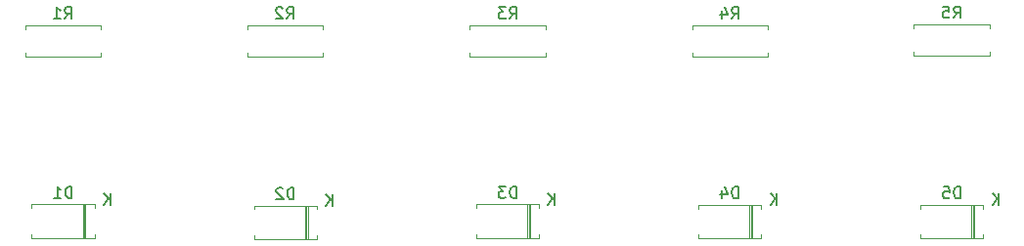
<source format=gbr>
G04 #@! TF.GenerationSoftware,KiCad,Pcbnew,6.0.0-unknown-cbea514~86~ubuntu18.04.1*
G04 #@! TF.CreationDate,2019-06-03T21:41:18+01:00*
G04 #@! TF.ProjectId,keyb,6b657962-2e6b-4696-9361-645f70636258,rev?*
G04 #@! TF.SameCoordinates,Original*
G04 #@! TF.FileFunction,Legend,Bot*
G04 #@! TF.FilePolarity,Positive*
%FSLAX46Y46*%
G04 Gerber Fmt 4.6, Leading zero omitted, Abs format (unit mm)*
G04 Created by KiCad (PCBNEW 6.0.0-unknown-cbea514~86~ubuntu18.04.1) date 2019-06-03 21:41:18*
%MOMM*%
%LPD*%
G04 APERTURE LIST*
%ADD10C,0.120000*%
%ADD11C,0.150000*%
G04 APERTURE END LIST*
D10*
X108815800Y-98859800D02*
X108815800Y-98529800D01*
X108815800Y-98529800D02*
X103375800Y-98529800D01*
X103375800Y-98529800D02*
X103375800Y-98859800D01*
X108815800Y-101139800D02*
X108815800Y-101469800D01*
X108815800Y-101469800D02*
X103375800Y-101469800D01*
X103375800Y-101469800D02*
X103375800Y-101139800D01*
X107915800Y-98529800D02*
X107915800Y-101469800D01*
X107795800Y-98529800D02*
X107795800Y-101469800D01*
X108035800Y-98529800D02*
X108035800Y-101469800D01*
X109340400Y-83211800D02*
X109340400Y-82881800D01*
X109340400Y-82881800D02*
X102800400Y-82881800D01*
X102800400Y-82881800D02*
X102800400Y-83211800D01*
X109340400Y-85291800D02*
X109340400Y-85621800D01*
X109340400Y-85621800D02*
X102800400Y-85621800D01*
X102800400Y-85621800D02*
X102800400Y-85291800D01*
X51107000Y-98936000D02*
X51107000Y-98606000D01*
X51107000Y-98606000D02*
X45667000Y-98606000D01*
X45667000Y-98606000D02*
X45667000Y-98936000D01*
X51107000Y-101216000D02*
X51107000Y-101546000D01*
X51107000Y-101546000D02*
X45667000Y-101546000D01*
X45667000Y-101546000D02*
X45667000Y-101216000D01*
X50207000Y-98606000D02*
X50207000Y-101546000D01*
X50087000Y-98606000D02*
X50087000Y-101546000D01*
X50327000Y-98606000D02*
X50327000Y-101546000D01*
X70360200Y-98834400D02*
X70360200Y-98504400D01*
X70360200Y-98504400D02*
X64920200Y-98504400D01*
X64920200Y-98504400D02*
X64920200Y-98834400D01*
X70360200Y-101114400D02*
X70360200Y-101444400D01*
X70360200Y-101444400D02*
X64920200Y-101444400D01*
X64920200Y-101444400D02*
X64920200Y-101114400D01*
X69460200Y-98504400D02*
X69460200Y-101444400D01*
X69340200Y-98504400D02*
X69340200Y-101444400D01*
X69580200Y-98504400D02*
X69580200Y-101444400D01*
X89588000Y-98859800D02*
X89588000Y-98529800D01*
X89588000Y-98529800D02*
X84148000Y-98529800D01*
X84148000Y-98529800D02*
X84148000Y-98859800D01*
X89588000Y-101139800D02*
X89588000Y-101469800D01*
X89588000Y-101469800D02*
X84148000Y-101469800D01*
X84148000Y-101469800D02*
X84148000Y-101139800D01*
X88688000Y-98529800D02*
X88688000Y-101469800D01*
X88568000Y-98529800D02*
X88568000Y-101469800D01*
X88808000Y-98529800D02*
X88808000Y-101469800D01*
X31879200Y-98834400D02*
X31879200Y-98504400D01*
X31879200Y-98504400D02*
X26439200Y-98504400D01*
X26439200Y-98504400D02*
X26439200Y-98834400D01*
X31879200Y-101114400D02*
X31879200Y-101444400D01*
X31879200Y-101444400D02*
X26439200Y-101444400D01*
X26439200Y-101444400D02*
X26439200Y-101114400D01*
X30979200Y-98504400D02*
X30979200Y-101444400D01*
X30859200Y-98504400D02*
X30859200Y-101444400D01*
X31099200Y-98504400D02*
X31099200Y-101444400D01*
X70910200Y-83288000D02*
X70910200Y-82958000D01*
X70910200Y-82958000D02*
X64370200Y-82958000D01*
X64370200Y-82958000D02*
X64370200Y-83288000D01*
X70910200Y-85368000D02*
X70910200Y-85698000D01*
X70910200Y-85698000D02*
X64370200Y-85698000D01*
X64370200Y-85698000D02*
X64370200Y-85368000D01*
X90138000Y-83288000D02*
X90138000Y-82958000D01*
X90138000Y-82958000D02*
X83598000Y-82958000D01*
X83598000Y-82958000D02*
X83598000Y-83288000D01*
X90138000Y-85368000D02*
X90138000Y-85698000D01*
X90138000Y-85698000D02*
X83598000Y-85698000D01*
X83598000Y-85698000D02*
X83598000Y-85368000D01*
X51631600Y-83288000D02*
X51631600Y-82958000D01*
X51631600Y-82958000D02*
X45091600Y-82958000D01*
X45091600Y-82958000D02*
X45091600Y-83288000D01*
X51631600Y-85368000D02*
X51631600Y-85698000D01*
X51631600Y-85698000D02*
X45091600Y-85698000D01*
X45091600Y-85698000D02*
X45091600Y-85368000D01*
X32403800Y-83288000D02*
X32403800Y-82958000D01*
X32403800Y-82958000D02*
X25863800Y-82958000D01*
X25863800Y-82958000D02*
X25863800Y-83288000D01*
X32403800Y-85368000D02*
X32403800Y-85698000D01*
X32403800Y-85698000D02*
X25863800Y-85698000D01*
X25863800Y-85698000D02*
X25863800Y-85368000D01*
D11*
X106833895Y-97982180D02*
X106833895Y-96982180D01*
X106595800Y-96982180D01*
X106452942Y-97029800D01*
X106357704Y-97125038D01*
X106310085Y-97220276D01*
X106262466Y-97410752D01*
X106262466Y-97553609D01*
X106310085Y-97744085D01*
X106357704Y-97839323D01*
X106452942Y-97934561D01*
X106595800Y-97982180D01*
X106833895Y-97982180D01*
X105357704Y-96982180D02*
X105833895Y-96982180D01*
X105881514Y-97458371D01*
X105833895Y-97410752D01*
X105738657Y-97363133D01*
X105500561Y-97363133D01*
X105405323Y-97410752D01*
X105357704Y-97458371D01*
X105310085Y-97553609D01*
X105310085Y-97791704D01*
X105357704Y-97886942D01*
X105405323Y-97934561D01*
X105500561Y-97982180D01*
X105738657Y-97982180D01*
X105833895Y-97934561D01*
X105881514Y-97886942D01*
X110167704Y-98552180D02*
X110167704Y-97552180D01*
X109596276Y-98552180D02*
X110024847Y-97980752D01*
X109596276Y-97552180D02*
X110167704Y-98123609D01*
X106237066Y-82334180D02*
X106570400Y-81857990D01*
X106808495Y-82334180D02*
X106808495Y-81334180D01*
X106427542Y-81334180D01*
X106332304Y-81381800D01*
X106284685Y-81429419D01*
X106237066Y-81524657D01*
X106237066Y-81667514D01*
X106284685Y-81762752D01*
X106332304Y-81810371D01*
X106427542Y-81857990D01*
X106808495Y-81857990D01*
X105332304Y-81334180D02*
X105808495Y-81334180D01*
X105856114Y-81810371D01*
X105808495Y-81762752D01*
X105713257Y-81715133D01*
X105475161Y-81715133D01*
X105379923Y-81762752D01*
X105332304Y-81810371D01*
X105284685Y-81905609D01*
X105284685Y-82143704D01*
X105332304Y-82238942D01*
X105379923Y-82286561D01*
X105475161Y-82334180D01*
X105713257Y-82334180D01*
X105808495Y-82286561D01*
X105856114Y-82238942D01*
X49125095Y-98058380D02*
X49125095Y-97058380D01*
X48887000Y-97058380D01*
X48744142Y-97106000D01*
X48648904Y-97201238D01*
X48601285Y-97296476D01*
X48553666Y-97486952D01*
X48553666Y-97629809D01*
X48601285Y-97820285D01*
X48648904Y-97915523D01*
X48744142Y-98010761D01*
X48887000Y-98058380D01*
X49125095Y-98058380D01*
X48172714Y-97153619D02*
X48125095Y-97106000D01*
X48029857Y-97058380D01*
X47791761Y-97058380D01*
X47696523Y-97106000D01*
X47648904Y-97153619D01*
X47601285Y-97248857D01*
X47601285Y-97344095D01*
X47648904Y-97486952D01*
X48220333Y-98058380D01*
X47601285Y-98058380D01*
X52458904Y-98628380D02*
X52458904Y-97628380D01*
X51887476Y-98628380D02*
X52316047Y-98056952D01*
X51887476Y-97628380D02*
X52458904Y-98199809D01*
X68378295Y-97956780D02*
X68378295Y-96956780D01*
X68140200Y-96956780D01*
X67997342Y-97004400D01*
X67902104Y-97099638D01*
X67854485Y-97194876D01*
X67806866Y-97385352D01*
X67806866Y-97528209D01*
X67854485Y-97718685D01*
X67902104Y-97813923D01*
X67997342Y-97909161D01*
X68140200Y-97956780D01*
X68378295Y-97956780D01*
X67473533Y-96956780D02*
X66854485Y-96956780D01*
X67187819Y-97337733D01*
X67044961Y-97337733D01*
X66949723Y-97385352D01*
X66902104Y-97432971D01*
X66854485Y-97528209D01*
X66854485Y-97766304D01*
X66902104Y-97861542D01*
X66949723Y-97909161D01*
X67044961Y-97956780D01*
X67330676Y-97956780D01*
X67425914Y-97909161D01*
X67473533Y-97861542D01*
X71712104Y-98526780D02*
X71712104Y-97526780D01*
X71140676Y-98526780D02*
X71569247Y-97955352D01*
X71140676Y-97526780D02*
X71712104Y-98098209D01*
X87606095Y-97982180D02*
X87606095Y-96982180D01*
X87368000Y-96982180D01*
X87225142Y-97029800D01*
X87129904Y-97125038D01*
X87082285Y-97220276D01*
X87034666Y-97410752D01*
X87034666Y-97553609D01*
X87082285Y-97744085D01*
X87129904Y-97839323D01*
X87225142Y-97934561D01*
X87368000Y-97982180D01*
X87606095Y-97982180D01*
X86177523Y-97315514D02*
X86177523Y-97982180D01*
X86415619Y-96934561D02*
X86653714Y-97648847D01*
X86034666Y-97648847D01*
X90939904Y-98552180D02*
X90939904Y-97552180D01*
X90368476Y-98552180D02*
X90797047Y-97980752D01*
X90368476Y-97552180D02*
X90939904Y-98123609D01*
X29897295Y-97956780D02*
X29897295Y-96956780D01*
X29659200Y-96956780D01*
X29516342Y-97004400D01*
X29421104Y-97099638D01*
X29373485Y-97194876D01*
X29325866Y-97385352D01*
X29325866Y-97528209D01*
X29373485Y-97718685D01*
X29421104Y-97813923D01*
X29516342Y-97909161D01*
X29659200Y-97956780D01*
X29897295Y-97956780D01*
X28373485Y-97956780D02*
X28944914Y-97956780D01*
X28659200Y-97956780D02*
X28659200Y-96956780D01*
X28754438Y-97099638D01*
X28849676Y-97194876D01*
X28944914Y-97242495D01*
X33231104Y-98526780D02*
X33231104Y-97526780D01*
X32659676Y-98526780D02*
X33088247Y-97955352D01*
X32659676Y-97526780D02*
X33231104Y-98098209D01*
X67806866Y-82410380D02*
X68140200Y-81934190D01*
X68378295Y-82410380D02*
X68378295Y-81410380D01*
X67997342Y-81410380D01*
X67902104Y-81458000D01*
X67854485Y-81505619D01*
X67806866Y-81600857D01*
X67806866Y-81743714D01*
X67854485Y-81838952D01*
X67902104Y-81886571D01*
X67997342Y-81934190D01*
X68378295Y-81934190D01*
X67473533Y-81410380D02*
X66854485Y-81410380D01*
X67187819Y-81791333D01*
X67044961Y-81791333D01*
X66949723Y-81838952D01*
X66902104Y-81886571D01*
X66854485Y-81981809D01*
X66854485Y-82219904D01*
X66902104Y-82315142D01*
X66949723Y-82362761D01*
X67044961Y-82410380D01*
X67330676Y-82410380D01*
X67425914Y-82362761D01*
X67473533Y-82315142D01*
X87034666Y-82410380D02*
X87368000Y-81934190D01*
X87606095Y-82410380D02*
X87606095Y-81410380D01*
X87225142Y-81410380D01*
X87129904Y-81458000D01*
X87082285Y-81505619D01*
X87034666Y-81600857D01*
X87034666Y-81743714D01*
X87082285Y-81838952D01*
X87129904Y-81886571D01*
X87225142Y-81934190D01*
X87606095Y-81934190D01*
X86177523Y-81743714D02*
X86177523Y-82410380D01*
X86415619Y-81362761D02*
X86653714Y-82077047D01*
X86034666Y-82077047D01*
X48528266Y-82410380D02*
X48861600Y-81934190D01*
X49099695Y-82410380D02*
X49099695Y-81410380D01*
X48718742Y-81410380D01*
X48623504Y-81458000D01*
X48575885Y-81505619D01*
X48528266Y-81600857D01*
X48528266Y-81743714D01*
X48575885Y-81838952D01*
X48623504Y-81886571D01*
X48718742Y-81934190D01*
X49099695Y-81934190D01*
X48147314Y-81505619D02*
X48099695Y-81458000D01*
X48004457Y-81410380D01*
X47766361Y-81410380D01*
X47671123Y-81458000D01*
X47623504Y-81505619D01*
X47575885Y-81600857D01*
X47575885Y-81696095D01*
X47623504Y-81838952D01*
X48194933Y-82410380D01*
X47575885Y-82410380D01*
X29300466Y-82410380D02*
X29633800Y-81934190D01*
X29871895Y-82410380D02*
X29871895Y-81410380D01*
X29490942Y-81410380D01*
X29395704Y-81458000D01*
X29348085Y-81505619D01*
X29300466Y-81600857D01*
X29300466Y-81743714D01*
X29348085Y-81838952D01*
X29395704Y-81886571D01*
X29490942Y-81934190D01*
X29871895Y-81934190D01*
X28348085Y-82410380D02*
X28919514Y-82410380D01*
X28633800Y-82410380D02*
X28633800Y-81410380D01*
X28729038Y-81553238D01*
X28824276Y-81648476D01*
X28919514Y-81696095D01*
M02*

</source>
